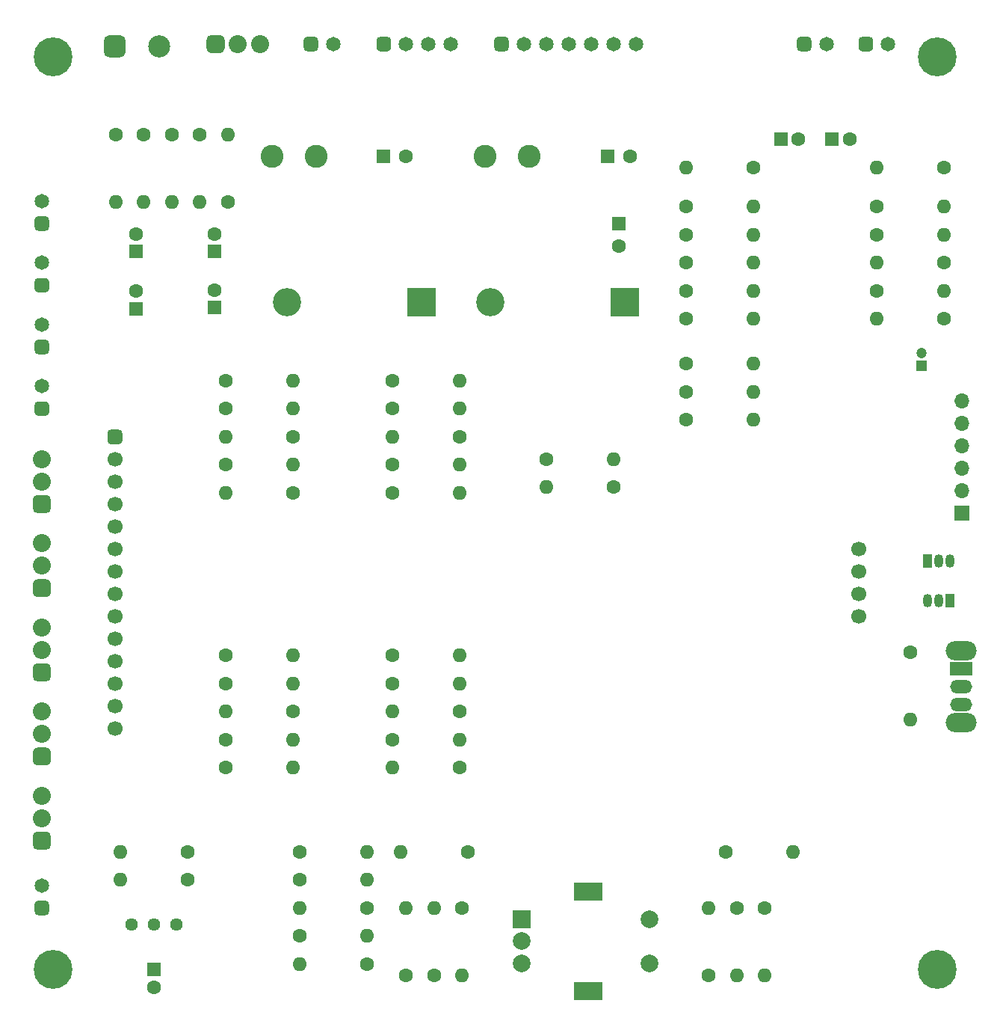
<source format=gbr>
G04 #@! TF.GenerationSoftware,KiCad,Pcbnew,(5.1.9-0-10_14)*
G04 #@! TF.CreationDate,2021-01-20T18:33:34+01:00*
G04 #@! TF.ProjectId,3DPrinter_Watercooling,33445072-696e-4746-9572-5f5761746572,rev?*
G04 #@! TF.SameCoordinates,Original*
G04 #@! TF.FileFunction,Soldermask,Bot*
G04 #@! TF.FilePolarity,Negative*
%FSLAX46Y46*%
G04 Gerber Fmt 4.6, Leading zero omitted, Abs format (unit mm)*
G04 Created by KiCad (PCBNEW (5.1.9-0-10_14)) date 2021-01-20 18:33:34*
%MOMM*%
%LPD*%
G01*
G04 APERTURE LIST*
%ADD10C,1.700000*%
%ADD11R,1.600000X1.600000*%
%ADD12C,1.600000*%
%ADD13R,1.200000X1.200000*%
%ADD14C,1.200000*%
%ADD15R,3.200000X3.200000*%
%ADD16O,3.200000X3.200000*%
%ADD17C,0.700000*%
%ADD18C,4.400000*%
%ADD19C,2.500000*%
%ADD20R,1.700000X1.700000*%
%ADD21O,1.700000X1.700000*%
%ADD22C,2.040000*%
%ADD23C,1.650000*%
%ADD24C,2.600000*%
%ADD25O,1.050000X1.500000*%
%ADD26R,1.050000X1.500000*%
%ADD27O,1.600000X1.600000*%
%ADD28C,1.440000*%
%ADD29R,2.500000X1.500000*%
%ADD30O,2.500000X1.500000*%
%ADD31O,3.500000X2.200000*%
%ADD32C,2.000000*%
%ADD33R,3.200000X2.000000*%
%ADD34R,2.000000X2.000000*%
G04 APERTURE END LIST*
D10*
X223380000Y-80670000D03*
X223380000Y-83210000D03*
X223380000Y-85750000D03*
X223380000Y-88290000D03*
G36*
G01*
X138230000Y-68395000D02*
X138230000Y-67545000D01*
G75*
G02*
X138655000Y-67120000I425000J0D01*
G01*
X139505000Y-67120000D01*
G75*
G02*
X139930000Y-67545000I0J-425000D01*
G01*
X139930000Y-68395000D01*
G75*
G02*
X139505000Y-68820000I-425000J0D01*
G01*
X138655000Y-68820000D01*
G75*
G02*
X138230000Y-68395000I0J425000D01*
G01*
G37*
X139080000Y-70510000D03*
X139080000Y-73050000D03*
X139080000Y-75590000D03*
X139080000Y-78130000D03*
X139080000Y-80670000D03*
X139080000Y-83210000D03*
X139080000Y-85750000D03*
X139080000Y-88290000D03*
X139080000Y-90830000D03*
X139080000Y-93370000D03*
X139080000Y-95910000D03*
X139080000Y-98450000D03*
X139080000Y-100990000D03*
D11*
X169545000Y-36195000D03*
D12*
X172045000Y-36195000D03*
D13*
X230505000Y-59944000D03*
D14*
X230505000Y-58444000D03*
D12*
X197445000Y-36195000D03*
D11*
X194945000Y-36195000D03*
X196215000Y-43855000D03*
D12*
X196215000Y-46355000D03*
D11*
X143510000Y-128270000D03*
D12*
X143510000Y-130270000D03*
X150368000Y-51340000D03*
D11*
X150368000Y-53340000D03*
D12*
X216535000Y-34290000D03*
D11*
X214535000Y-34290000D03*
D12*
X150368000Y-44990000D03*
D11*
X150368000Y-46990000D03*
X220345000Y-34290000D03*
D12*
X222345000Y-34290000D03*
D11*
X141478000Y-53435000D03*
D12*
X141478000Y-51435000D03*
D11*
X141478000Y-46990000D03*
D12*
X141478000Y-44990000D03*
D15*
X173863000Y-52705000D03*
D16*
X158623000Y-52705000D03*
X181610000Y-52705000D03*
D15*
X196850000Y-52705000D03*
D17*
X133246726Y-23773274D03*
X132080000Y-23290000D03*
X130913274Y-23773274D03*
X130430000Y-24940000D03*
X130913274Y-26106726D03*
X132080000Y-26590000D03*
X133246726Y-26106726D03*
X133730000Y-24940000D03*
D18*
X132080000Y-24940000D03*
D17*
X233401726Y-23773274D03*
X232235000Y-23290000D03*
X231068274Y-23773274D03*
X230585000Y-24940000D03*
X231068274Y-26106726D03*
X232235000Y-26590000D03*
X233401726Y-26106726D03*
X233885000Y-24940000D03*
D18*
X232235000Y-24940000D03*
X232235000Y-128270000D03*
D17*
X233885000Y-128270000D03*
X233401726Y-129436726D03*
X232235000Y-129920000D03*
X231068274Y-129436726D03*
X230585000Y-128270000D03*
X231068274Y-127103274D03*
X232235000Y-126620000D03*
X233401726Y-127103274D03*
X133246726Y-127103274D03*
X132080000Y-126620000D03*
X130913274Y-127103274D03*
X130430000Y-128270000D03*
X130913274Y-129436726D03*
X132080000Y-129920000D03*
X133246726Y-129436726D03*
X133730000Y-128270000D03*
D18*
X132080000Y-128270000D03*
D19*
X144065000Y-23749000D03*
G36*
G01*
X137815000Y-24374000D02*
X137815000Y-23124000D01*
G75*
G02*
X138440000Y-22499000I625000J0D01*
G01*
X139690000Y-22499000D01*
G75*
G02*
X140315000Y-23124000I0J-625000D01*
G01*
X140315000Y-24374000D01*
G75*
G02*
X139690000Y-24999000I-625000J0D01*
G01*
X138440000Y-24999000D01*
G75*
G02*
X137815000Y-24374000I0J625000D01*
G01*
G37*
D20*
X235077000Y-76581000D03*
D21*
X235077000Y-74041000D03*
X235077000Y-71501000D03*
X235077000Y-68961000D03*
X235077000Y-66421000D03*
X235077000Y-63881000D03*
G36*
G01*
X131320000Y-114685000D02*
X130300000Y-114685000D01*
G75*
G02*
X129790000Y-114175000I0J510000D01*
G01*
X129790000Y-113155000D01*
G75*
G02*
X130300000Y-112645000I510000J0D01*
G01*
X131320000Y-112645000D01*
G75*
G02*
X131830000Y-113155000I0J-510000D01*
G01*
X131830000Y-114175000D01*
G75*
G02*
X131320000Y-114685000I-510000J0D01*
G01*
G37*
D22*
X130810000Y-111125000D03*
X130810000Y-108585000D03*
G36*
G01*
X131320000Y-105160000D02*
X130300000Y-105160000D01*
G75*
G02*
X129790000Y-104650000I0J510000D01*
G01*
X129790000Y-103630000D01*
G75*
G02*
X130300000Y-103120000I510000J0D01*
G01*
X131320000Y-103120000D01*
G75*
G02*
X131830000Y-103630000I0J-510000D01*
G01*
X131830000Y-104650000D01*
G75*
G02*
X131320000Y-105160000I-510000J0D01*
G01*
G37*
X130810000Y-101600000D03*
X130810000Y-99060000D03*
G36*
G01*
X131320000Y-95635000D02*
X130300000Y-95635000D01*
G75*
G02*
X129790000Y-95125000I0J510000D01*
G01*
X129790000Y-94105000D01*
G75*
G02*
X130300000Y-93595000I510000J0D01*
G01*
X131320000Y-93595000D01*
G75*
G02*
X131830000Y-94105000I0J-510000D01*
G01*
X131830000Y-95125000D01*
G75*
G02*
X131320000Y-95635000I-510000J0D01*
G01*
G37*
X130810000Y-92075000D03*
X130810000Y-89535000D03*
X130810000Y-80010000D03*
X130810000Y-82550000D03*
G36*
G01*
X131320000Y-86110000D02*
X130300000Y-86110000D01*
G75*
G02*
X129790000Y-85600000I0J510000D01*
G01*
X129790000Y-84580000D01*
G75*
G02*
X130300000Y-84070000I510000J0D01*
G01*
X131320000Y-84070000D01*
G75*
G02*
X131830000Y-84580000I0J-510000D01*
G01*
X131830000Y-85600000D01*
G75*
G02*
X131320000Y-86110000I-510000J0D01*
G01*
G37*
G36*
G01*
X182055000Y-23907500D02*
X182055000Y-23082500D01*
G75*
G02*
X182467500Y-22670000I412500J0D01*
G01*
X183292500Y-22670000D01*
G75*
G02*
X183705000Y-23082500I0J-412500D01*
G01*
X183705000Y-23907500D01*
G75*
G02*
X183292500Y-24320000I-412500J0D01*
G01*
X182467500Y-24320000D01*
G75*
G02*
X182055000Y-23907500I0J412500D01*
G01*
G37*
D23*
X185420000Y-23495000D03*
X187960000Y-23495000D03*
X190500000Y-23495000D03*
X193040000Y-23495000D03*
X195580000Y-23495000D03*
X198120000Y-23495000D03*
D22*
X130810000Y-70485000D03*
X130810000Y-73025000D03*
G36*
G01*
X131320000Y-76585000D02*
X130300000Y-76585000D01*
G75*
G02*
X129790000Y-76075000I0J510000D01*
G01*
X129790000Y-75055000D01*
G75*
G02*
X130300000Y-74545000I510000J0D01*
G01*
X131320000Y-74545000D01*
G75*
G02*
X131830000Y-75055000I0J-510000D01*
G01*
X131830000Y-76075000D01*
G75*
G02*
X131320000Y-76585000I-510000J0D01*
G01*
G37*
G36*
G01*
X160465000Y-23907500D02*
X160465000Y-23082500D01*
G75*
G02*
X160877500Y-22670000I412500J0D01*
G01*
X161702500Y-22670000D01*
G75*
G02*
X162115000Y-23082500I0J-412500D01*
G01*
X162115000Y-23907500D01*
G75*
G02*
X161702500Y-24320000I-412500J0D01*
G01*
X160877500Y-24320000D01*
G75*
G02*
X160465000Y-23907500I0J412500D01*
G01*
G37*
D23*
X163830000Y-23495000D03*
G36*
G01*
X168720000Y-23907500D02*
X168720000Y-23082500D01*
G75*
G02*
X169132500Y-22670000I412500J0D01*
G01*
X169957500Y-22670000D01*
G75*
G02*
X170370000Y-23082500I0J-412500D01*
G01*
X170370000Y-23907500D01*
G75*
G02*
X169957500Y-24320000I-412500J0D01*
G01*
X169132500Y-24320000D01*
G75*
G02*
X168720000Y-23907500I0J412500D01*
G01*
G37*
X172085000Y-23495000D03*
X177165000Y-23495000D03*
X174625000Y-23495000D03*
D24*
X161925000Y-36195000D03*
X156925000Y-36195000D03*
X181055000Y-36195000D03*
X186055000Y-36195000D03*
D25*
X232410000Y-86487000D03*
X231140000Y-86487000D03*
D26*
X233680000Y-86487000D03*
X231140000Y-82042000D03*
D25*
X233680000Y-82042000D03*
X232410000Y-82042000D03*
D27*
X171450000Y-114935000D03*
D12*
X179070000Y-114935000D03*
X208280000Y-114935000D03*
D27*
X215900000Y-114935000D03*
D12*
X187960000Y-70485000D03*
D27*
X195580000Y-70485000D03*
D12*
X203835000Y-59690000D03*
D27*
X211455000Y-59690000D03*
X211455000Y-62865000D03*
D12*
X203835000Y-62865000D03*
D27*
X187960000Y-73660000D03*
D12*
X195580000Y-73660000D03*
X203835000Y-65989200D03*
D27*
X211455000Y-66040000D03*
D12*
X147320000Y-114935000D03*
D27*
X139700000Y-114935000D03*
X139192000Y-41402000D03*
D12*
X139192000Y-33782000D03*
X229235000Y-92329000D03*
D27*
X229235000Y-99949000D03*
X151892000Y-33782000D03*
D12*
X151892000Y-41402000D03*
D27*
X167640000Y-114935000D03*
D12*
X160020000Y-114935000D03*
X170561000Y-92710000D03*
D27*
X178181000Y-92710000D03*
X167640000Y-118110000D03*
D12*
X160020000Y-118110000D03*
D27*
X178181000Y-95885000D03*
D12*
X170561000Y-95885000D03*
X167640000Y-121285000D03*
D27*
X160020000Y-121285000D03*
X170561000Y-99060000D03*
D12*
X178181000Y-99060000D03*
X160020000Y-124460000D03*
D27*
X167640000Y-124460000D03*
X178181000Y-102235000D03*
D12*
X170561000Y-102235000D03*
D27*
X160020000Y-127635000D03*
D12*
X167640000Y-127635000D03*
D27*
X170561000Y-105410000D03*
D12*
X178181000Y-105410000D03*
X211455000Y-37465000D03*
D27*
X203835000Y-37465000D03*
X142367000Y-41402000D03*
D12*
X142367000Y-33782000D03*
D27*
X211455000Y-41910000D03*
D12*
X203835000Y-41910000D03*
X151638000Y-92710000D03*
D27*
X159258000Y-92710000D03*
X211455000Y-45085000D03*
D12*
X203835000Y-45085000D03*
X151638000Y-95885000D03*
D27*
X159258000Y-95885000D03*
D12*
X147320000Y-118110000D03*
D27*
X139700000Y-118110000D03*
D12*
X203835000Y-48260000D03*
D27*
X211455000Y-48260000D03*
X151638000Y-99060000D03*
D12*
X159258000Y-99060000D03*
X203835000Y-51435000D03*
D27*
X211455000Y-51435000D03*
X159258000Y-102235000D03*
D12*
X151638000Y-102235000D03*
D27*
X211455000Y-54610000D03*
D12*
X203835000Y-54610000D03*
D27*
X159258000Y-105410000D03*
D12*
X151638000Y-105410000D03*
X233045000Y-37465000D03*
D27*
X225425000Y-37465000D03*
X145542000Y-41402000D03*
D12*
X145542000Y-33782000D03*
D27*
X148717000Y-41402000D03*
D12*
X148717000Y-33782000D03*
D27*
X233045000Y-41910000D03*
D12*
X225425000Y-41910000D03*
X170561000Y-61595000D03*
D27*
X178181000Y-61595000D03*
X159258000Y-61595000D03*
D12*
X151638000Y-61595000D03*
D27*
X233045000Y-45085000D03*
D12*
X225425000Y-45085000D03*
D27*
X178181000Y-64770000D03*
D12*
X170561000Y-64770000D03*
X151638000Y-64770000D03*
D27*
X159258000Y-64770000D03*
D12*
X233045000Y-48260000D03*
D27*
X225425000Y-48260000D03*
X170561000Y-67945000D03*
D12*
X178181000Y-67945000D03*
X159258000Y-67945000D03*
D27*
X151638000Y-67945000D03*
D12*
X225425000Y-51435000D03*
D27*
X233045000Y-51435000D03*
X178181000Y-71120000D03*
D12*
X170561000Y-71120000D03*
X151638000Y-71120000D03*
D27*
X159258000Y-71120000D03*
X225425000Y-54610000D03*
D12*
X233045000Y-54610000D03*
X170561000Y-74295000D03*
D27*
X178181000Y-74295000D03*
D12*
X159258000Y-74295000D03*
D27*
X151638000Y-74295000D03*
D28*
X146050000Y-123190000D03*
X143510000Y-123190000D03*
X140970000Y-123190000D03*
D29*
X234950000Y-94230000D03*
D30*
X234950000Y-96230000D03*
X234950000Y-98230000D03*
D31*
X234950000Y-92130000D03*
X234950000Y-100330000D03*
D23*
X130810000Y-118745000D03*
G36*
G01*
X131222500Y-122110000D02*
X130397500Y-122110000D01*
G75*
G02*
X129985000Y-121697500I0J412500D01*
G01*
X129985000Y-120872500D01*
G75*
G02*
X130397500Y-120460000I412500J0D01*
G01*
X131222500Y-120460000D01*
G75*
G02*
X131635000Y-120872500I0J-412500D01*
G01*
X131635000Y-121697500D01*
G75*
G02*
X131222500Y-122110000I-412500J0D01*
G01*
G37*
X130810000Y-62230000D03*
G36*
G01*
X131222500Y-65595000D02*
X130397500Y-65595000D01*
G75*
G02*
X129985000Y-65182500I0J412500D01*
G01*
X129985000Y-64357500D01*
G75*
G02*
X130397500Y-63945000I412500J0D01*
G01*
X131222500Y-63945000D01*
G75*
G02*
X131635000Y-64357500I0J-412500D01*
G01*
X131635000Y-65182500D01*
G75*
G02*
X131222500Y-65595000I-412500J0D01*
G01*
G37*
G36*
G01*
X216345000Y-23907500D02*
X216345000Y-23082500D01*
G75*
G02*
X216757500Y-22670000I412500J0D01*
G01*
X217582500Y-22670000D01*
G75*
G02*
X217995000Y-23082500I0J-412500D01*
G01*
X217995000Y-23907500D01*
G75*
G02*
X217582500Y-24320000I-412500J0D01*
G01*
X216757500Y-24320000D01*
G75*
G02*
X216345000Y-23907500I0J412500D01*
G01*
G37*
X219710000Y-23495000D03*
G36*
G01*
X131222500Y-58610000D02*
X130397500Y-58610000D01*
G75*
G02*
X129985000Y-58197500I0J412500D01*
G01*
X129985000Y-57372500D01*
G75*
G02*
X130397500Y-56960000I412500J0D01*
G01*
X131222500Y-56960000D01*
G75*
G02*
X131635000Y-57372500I0J-412500D01*
G01*
X131635000Y-58197500D01*
G75*
G02*
X131222500Y-58610000I-412500J0D01*
G01*
G37*
X130810000Y-55245000D03*
X226695000Y-23495000D03*
G36*
G01*
X223330000Y-23907500D02*
X223330000Y-23082500D01*
G75*
G02*
X223742500Y-22670000I412500J0D01*
G01*
X224567500Y-22670000D01*
G75*
G02*
X224980000Y-23082500I0J-412500D01*
G01*
X224980000Y-23907500D01*
G75*
G02*
X224567500Y-24320000I-412500J0D01*
G01*
X223742500Y-24320000D01*
G75*
G02*
X223330000Y-23907500I0J412500D01*
G01*
G37*
G36*
G01*
X131222500Y-51625000D02*
X130397500Y-51625000D01*
G75*
G02*
X129985000Y-51212500I0J412500D01*
G01*
X129985000Y-50387500D01*
G75*
G02*
X130397500Y-49975000I412500J0D01*
G01*
X131222500Y-49975000D01*
G75*
G02*
X131635000Y-50387500I0J-412500D01*
G01*
X131635000Y-51212500D01*
G75*
G02*
X131222500Y-51625000I-412500J0D01*
G01*
G37*
X130810000Y-48260000D03*
X130810000Y-41275000D03*
G36*
G01*
X131222500Y-44640000D02*
X130397500Y-44640000D01*
G75*
G02*
X129985000Y-44227500I0J412500D01*
G01*
X129985000Y-43402500D01*
G75*
G02*
X130397500Y-42990000I412500J0D01*
G01*
X131222500Y-42990000D01*
G75*
G02*
X131635000Y-43402500I0J-412500D01*
G01*
X131635000Y-44227500D01*
G75*
G02*
X131222500Y-44640000I-412500J0D01*
G01*
G37*
D32*
X199680000Y-127555000D03*
X199680000Y-122555000D03*
D33*
X192680000Y-130655000D03*
X192680000Y-119455000D03*
D32*
X185180000Y-127555000D03*
X185180000Y-125055000D03*
D34*
X185180000Y-122555000D03*
G36*
G01*
X149475000Y-24005000D02*
X149475000Y-22985000D01*
G75*
G02*
X149985000Y-22475000I510000J0D01*
G01*
X151005000Y-22475000D01*
G75*
G02*
X151515000Y-22985000I0J-510000D01*
G01*
X151515000Y-24005000D01*
G75*
G02*
X151005000Y-24515000I-510000J0D01*
G01*
X149985000Y-24515000D01*
G75*
G02*
X149475000Y-24005000I0J510000D01*
G01*
G37*
D22*
X153035000Y-23495000D03*
X155575000Y-23495000D03*
D27*
X172085000Y-121285000D03*
D12*
X172085000Y-128905000D03*
X175260000Y-128905000D03*
D27*
X175260000Y-121285000D03*
D12*
X178435000Y-121285000D03*
D27*
X178435000Y-128905000D03*
X206375000Y-121285000D03*
D12*
X206375000Y-128905000D03*
X209550000Y-121285000D03*
D27*
X209550000Y-128905000D03*
X212725000Y-128905000D03*
D12*
X212725000Y-121285000D03*
M02*

</source>
